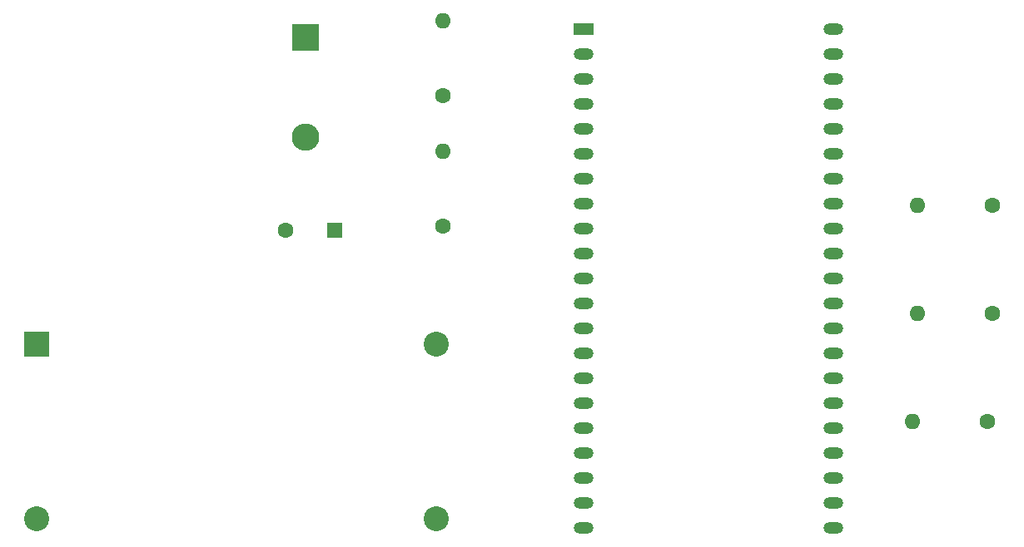
<source format=gbr>
%TF.GenerationSoftware,KiCad,Pcbnew,8.0.1*%
%TF.CreationDate,2024-09-13T04:46:56+01:00*%
%TF.ProjectId,monitor,6d6f6e69-746f-4722-9e6b-696361645f70,rev?*%
%TF.SameCoordinates,Original*%
%TF.FileFunction,Soldermask,Bot*%
%TF.FilePolarity,Negative*%
%FSLAX46Y46*%
G04 Gerber Fmt 4.6, Leading zero omitted, Abs format (unit mm)*
G04 Created by KiCad (PCBNEW 8.0.1) date 2024-09-13 04:46:56*
%MOMM*%
%LPD*%
G01*
G04 APERTURE LIST*
%ADD10C,1.600000*%
%ADD11O,1.600000X1.600000*%
%ADD12R,1.600000X1.600000*%
%ADD13R,2.540000X2.540000*%
%ADD14C,2.540000*%
%ADD15R,2.000000X1.200000*%
%ADD16O,2.000000X1.200000*%
%ADD17R,2.800000X2.800000*%
%ADD18O,2.800000X2.800000*%
G04 APERTURE END LIST*
D10*
%TO.C,5.6k*%
X94000000Y-97620000D03*
D11*
X94000000Y-90000000D03*
%TD*%
D12*
%TO.C,REF1*%
X83000000Y-98000000D03*
D10*
X78000000Y-98000000D03*
%TD*%
D13*
%TO.C,REF\u002A\u002A*%
X52680000Y-109610000D03*
D14*
X52680000Y-127390000D03*
X93320000Y-127390000D03*
X93320000Y-109610000D03*
%TD*%
D10*
%TO.C,10k*%
X149810000Y-95500000D03*
D11*
X142190000Y-95500000D03*
%TD*%
D10*
%TO.C,10k*%
X149310000Y-117500000D03*
D11*
X141690000Y-117500000D03*
%TD*%
D15*
%TO.C,REF\u002A\u002A*%
X108300000Y-77556560D03*
D16*
X108300000Y-80096560D03*
X108300000Y-82636560D03*
X108300000Y-85176560D03*
X108300000Y-87716560D03*
X108300000Y-90256560D03*
X108300000Y-92796560D03*
X108300000Y-95336560D03*
X108300000Y-97876560D03*
X108300000Y-100416560D03*
X108300000Y-102956560D03*
X108300000Y-105496560D03*
X108300000Y-108036560D03*
X108300000Y-110576560D03*
X108300000Y-113116560D03*
X108300000Y-115656560D03*
X108300000Y-118196560D03*
X108300000Y-120736560D03*
X108300000Y-123276560D03*
X108300000Y-125816560D03*
X108300000Y-128356560D03*
X133700000Y-128356560D03*
X133700000Y-125816560D03*
X133700000Y-123276560D03*
X133700000Y-120736560D03*
X133700000Y-118196560D03*
X133700000Y-115656560D03*
X133700000Y-113116560D03*
X133700000Y-110576560D03*
X133700000Y-108036560D03*
X133700000Y-105496560D03*
X133700000Y-102956560D03*
X133700000Y-100416560D03*
X133700000Y-97876560D03*
X133700000Y-95336560D03*
X133700000Y-92796560D03*
X133700000Y-90256560D03*
X133700000Y-87716560D03*
X133700000Y-85176560D03*
X133700000Y-82636560D03*
X133700000Y-80096560D03*
X133700000Y-77556560D03*
%TD*%
D10*
%TO.C,10k*%
X149810000Y-106500000D03*
D11*
X142190000Y-106500000D03*
%TD*%
D10*
%TO.C,100k*%
X94000000Y-84310000D03*
D11*
X94000000Y-76690000D03*
%TD*%
D17*
%TO.C,REF\u002A\u002A*%
X80000000Y-78420000D03*
D18*
X80000000Y-88580000D03*
%TD*%
M02*

</source>
